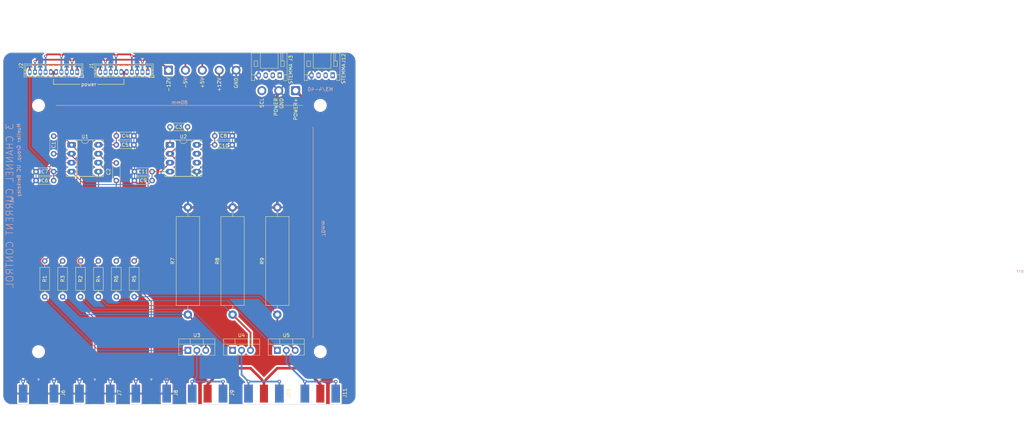
<source format=kicad_pcb>
(kicad_pcb (version 20241229) (generator "pcbnew") (generator_version "9.0")
  (title_block (title "Bias coil current control") (date "2025-06-02") (company "Mueller Group, UC Berkeley"))
  (layers (0 "F.Cu" signal) (4 "In1.Cu" signal) (6 "In2.Cu" signal) (2 "B.Cu" signal) (13 "F.Paste" user) (15 "B.Paste" user) (5 "F.SilkS" user "F.Silkscreen") (7 "B.SilkS" user "B.Silkscreen") (1 "F.Mask" user) (3 "B.Mask" user) (25 "Edge.Cuts" user))
  (net 0 "")
  (net 1 "GND")
  (net 2 "+5V")
  (net 3 "-5V")
  (net 4 "+12V")
  (net 5 "-12V")
  (net 6 "/I2C_SDA")
  (net 7 "/I2C_SCL")
  (net 8 "Net-(U1A--IN)")
  (net 9 "Net-(U1A-OUT)")
  (net 10 "Net-(U1B--IN)")
  (net 11 "Net-(U1B-OUT)")
  (net 12 "Net-(U2A--IN)")
  (net 13 "Net-(U2A-OUT)")
  (net 14 "Net-(J6-In)")
  (net 15 "VBUS")
  (net 16 "Net-(J7-In)")
  (net 17 "Net-(J8-In)")
  (net 18 "Net-(J9-Ext)")
  (net 19 "Net-(J10-Ext)")
  (net 20 "Net-(J11-Ext)")
  (net 21 "Net-(U3-G)")
  (net 22 "Net-(U4-G)")
  (net 23 "/Sense1")
  (net 24 "/Sense2")
  (net 25 "/Sense3")
  (net 26 "Net-(U5-G)")
  (net 27 "Net-(U2B--IN)")
  (footprint "Resistor_THT:R_Axial_DIN0207_L6.3mm_D2.5mm_P10.16mm_Horizontal" (layer "F.Cu") (at 132.08 109.22 -90)
    (property "Reference" "R6" (at 5.08 0 90) (layer "F.SilkS"))
    (property "Value" "100R")
    (pad "1" thru_hole circle (at 0 0 270) (size 1.6 1.6) (drill 0.8) (layers "*.Cu" "*.Mask") (net 13 "Net-(U2A-OUT)"))
    (pad "2" thru_hole oval (at 10.16 0 270) (size 1.6 1.6) (drill 0.8) (layers "*.Cu" "*.Mask") (net 26 "Net-(U5-G)"))
  )
  (footprint "Resistor_THT:R_Axial_Power_L25.0mm_W6.4mm_P30.48mm" (layer "F.Cu") (at 177.8 124.465 90)
    (property "Reference" "R9" (at 15.24 -4.32 90) (layer "F.SilkS"))
    (property "Value" "2.5R")
    (pad "1" thru_hole circle (at 0 0 90) (size 2.4 2.4) (drill 1.2) (layers "*.Cu" "*.Mask") (net 25 "/Sense3"))
    (pad "2" thru_hole oval (at 30.48 0 90) (size 2.4 2.4) (drill 1.2) (layers "*.Cu" "*.Mask") (net 1 "GND"))
  )
  (footprint "Package_TO_SOT_THT:TO-220-3_Vertical" (layer "F.Cu") (at 152.4 134.62)
    (property "Reference" "U3" (at 2.54 -4.27 0) (layer "F.SilkS"))
    (property "Value" "IRF510")
    (pad "1" thru_hole rect (at 0 0) (size 1.905 2) (drill 1.1) (layers "*.Cu" "*.Mask") (net 21 "Net-(U3-G)"))
    (pad "2" thru_hole oval (at 2.54 0) (size 1.905 2) (drill 1.1) (layers "*.Cu" "*.Mask") (net 18 "Net-(J9-Ext)"))
    (pad "3" thru_hole oval (at 5.08 0) (size 1.905 2) (drill 1.1) (layers "*.Cu" "*.Mask") (net 23 "/Sense1"))
  )
  (footprint "Connector_Coaxial:SMA_Molex_73251-1153_EdgeMount_Horizontal" (layer "F.Cu") (at 190 145.21 90)
    (property "Reference" "J11" (at -1.5 7 90) (layer "F.SilkS"))
    (property "Value" "Conn_Coaxial")
    (pad "1" smd rect (at -1.72 0 90) (size 5.08 2.29) (layers "F.Cu" "F.Mask" "F.Paste") (net 6 "/I2C_SDA"))
    (pad "2" smd rect (at -1.72 -4.38 90) (size 5.08 2.42) (layers "F.Cu" "F.Mask" "F.Paste") (net 20 "Net-(J11-Ext)"))
    (pad "2" smd rect (at -1.72 -4.38 90) (size 5.08 2.42) (layers "B.Cu" "B.Mask" "B.Paste") (net 20 "Net-(J11-Ext)"))
    (pad "2" smd rect (at -1.72 4.38 90) (size 5.08 2.42) (layers "F.Cu" "F.Mask" "F.Paste") (net 20 "Net-(J11-Ext)"))
    (pad "2" smd rect (at -1.72 4.38 90) (size 5.08 2.42) (layers "B.Cu" "B.Mask" "B.Paste") (net 20 "Net-(J11-Ext)"))
    (pad "2" smd rect (at 1.27 -4.38 90) (size 0.95 0.46) (layers "F.Cu") (net 20 "Net-(J11-Ext)"))
    (pad "2" smd rect (at 1.27 -4.38 90) (size 0.95 0.46) (layers "B.Cu") (net 20 "Net-(J11-Ext)"))
    (pad "2" smd rect (at 1.27 4.38 90) (size 0.95 0.46) (layers "F.Cu") (net 20 "Net-(J11-Ext)"))
    (pad "2" smd rect (at 1.27 4.38 90) (size 0.95 0.46) (layers "B.Cu") (net 20 "Net-(J11-Ext)"))
    (pad "2" thru_hole circle (at 1.72 -4.38 90) (size 0.97 0.97) (drill 0.46) (layers "*.Cu") (net 20 "Net-(J11-Ext)"))
    (pad "2" thru_hole circle (at 1.72 4.38 90) (size 0.97 0.97) (drill 0.46) (layers "*.Cu") (net 20 "Net-(J11-Ext)"))
  )
  (footprint "Capacitor_THT:C_Disc_D4.3mm_W1.9mm_P5.00mm" (layer "F.Cu") (at 132.08 86.36 90)
    (property "Reference" "C2" (at 2.5 -2.2 90) (layer "F.SilkS"))
    (property "Value" "1u")
    (pad "1" thru_hole circle (at 0 0 90) (size 1.6 1.6) (drill 0.8) (layers "*.Cu" "*.Mask") (net 10 "Net-(U1B--IN)"))
    (pad "2" thru_hole circle (at 5 0 90) (size 1.6 1.6) (drill 0.8) (layers "*.Cu" "*.Mask") (net 11 "Net-(U1B-OUT)"))
  )
  (footprint "Connector_Wire:SolderWire-0.75sqmm_1x05_P4.8mm_D1.25mm_OD2.3mm" (layer "F.Cu") (at 146.9 55)
    (property "Reference" "J4" (hide yes))
    (property "Value" "Conn_01x05")
    (pad "1" thru_hole roundrect (at 0 0) (size 2.55 2.55) (drill 1.55) (layers "*.Cu" "*.Mask") (roundrect_rratio 0.098039) (net 5 "-12V"))
    (pad "2" thru_hole circle (at 4.8 0) (size 2.55 2.55) (drill 1.55) (layers "*.Cu" "*.Mask") (net 3 "-5V"))
    (pad "3" thru_hole circle (at 9.6 0) (size 2.55 2.55) (drill 1.55) (layers "*.Cu" "*.Mask") (net 2 "+5V"))
    (pad "4" thru_hole circle (at 14.4 0) (size 2.55 2.55) (drill 1.55) (layers "*.Cu" "*.Mask") (net 4 "+12V"))
    (pad "5" thru_hole circle (at 19.2 0) (size 2.55 2.55) (drill 1.55) (layers "*.Cu" "*.Mask") (net 1 "GND"))
  )
  (footprint "Capacitor_THT:C_Disc_D4.3mm_W1.9mm_P5.00mm" (layer "F.Cu") (at 137.08 73.66 180)
    (property "Reference" "C4" (at 2.46 0 0) (layer "F.SilkS"))
    (property "Value" "10u")
    (pad "1" thru_hole circle (at 0 0 180) (size 1.6 1.6) (drill 0.8) (layers "*.Cu" "*.Mask") (net 1 "GND"))
    (pad "2" thru_hole circle (at 5 0 180) (size 1.6 1.6) (drill 0.8) (layers "*.Cu" "*.Mask") (net 4 "+12V"))
  )
  (footprint "Connector_JST:JST_ZH_B10B-ZR_1x10_P1.50mm_Vertical" (layer "F.Cu") (at 141 55.5 180)
    (property "Reference" "J1" (at 16 1.75 270) (layer "F.SilkS"))
    (property "Value" "Conn_01x10_Pin")
    (pad "1" thru_hole roundrect (at 0 0 180) (size 1.03 1.73) (drill 0.73) (layers "*.Cu" "*.Mask") (roundrect_rratio 0.242718) (net 5 "-12V"))
    (pad "2" thru_hole oval (at 1.5 0 180) (size 1.03 1.73) (drill 0.73) (layers "*.Cu" "*.Mask") (net 3 "-5V"))
    (pad "3" thru_hole oval (at 3 0 180) (size 1.03 1.73) (drill 0.73) (layers "*.Cu" "*.Mask") (net 1 "GND"))
    (pad "4" thru_hole oval (at 4.5 0 180) (size 1.03 1.73) (drill 0.73) (layers "*.Cu" "*.Mask") (net 2 "+5V"))
    (pad "5" thru_hole oval (at 6 0 180) (size 1.03 1.73) (drill 0.73) (layers "*.Cu" "*.Mask") (net 4 "+12V"))
    (pad "6" thru_hole oval (at 7.5 0 180) (size 1.03 1.73) (drill 0.73) (layers "*.Cu" "*.Mask") (net 4 "+12V"))
    (pad "7" thru_hole oval (at 9 0 180) (size 1.03 1.73) (drill 0.73) (layers "*.Cu" "*.Mask") (net 2 "+5V"))
    (pad "8" thru_hole oval (at 10.5 0 180) (size 1.03 1.73) (drill 0.73) (layers "*.Cu" "*.Mask") (net 1 "GND"))
    (pad "9" thru_hole oval (at 12 0 180) (size 1.03 1.73) (drill 0.73) (layers "*.Cu" "*.Mask") (net 3 "-5V"))
    (pad "10" thru_hole oval (at 13.5 0 180) (size 1.03 1.73) (drill 0.73) (layers "*.Cu" "*.Mask") (net 5 "-12V"))
  )
  (footprint "Capacitor_THT:C_Disc_D4.3mm_W1.9mm_P5.00mm" (layer "F.Cu") (at 137.24 83.82)
    (property "Reference" "C11" (at 2.46 0 0) (layer "F.SilkS"))
    (property "Value" "100n")
    (pad "1" thru_hole circle (at 0 0) (size 1.6 1.6) (drill 0.8) (layers "*.Cu" "*.Mask") (net 1 "GND"))
    (pad "2" thru_hole circle (at 5 0) (size 1.6 1.6) (drill 0.8) (layers "*.Cu" "*.Mask") (net 5 "-12V"))
  )
  (footprint "Package_DIP:DIP-8_W7.62mm_Socket_LongPads" (layer "F.Cu") (at 147.32 76.2)
    (property "Reference" "U2" (at 3.81 -2.33 0) (layer "F.SilkS"))
    (property "Value" "AD823")
    (pad "1" thru_hole roundrect (at 0 0) (size 2.4 1.6) (drill 0.8) (layers "*.Cu" "*.Mask") (roundrect_rratio 0.15625) (net 13 "Net-(U2A-OUT)"))
    (pad "2" thru_hole oval (at 0 2.54) (size 2.4 1.6) (drill 0.8) (layers "*.Cu" "*.Mask") (net 12 "Net-(U2A--IN)"))
    (pad "3" thru_hole oval (at 0 5.08) (size 2.4 1.6) (drill 0.8) (layers "*.Cu" "*.Mask") (net 17 "Net-(J8-In)"))
    (pad "4" thru_hole oval (at 0 7.62) (size 2.4 1.6) (drill 0.8) (layers "*.Cu" "*.Mask") (net 5 "-12V"))
    (pad "5" thru_hole oval (at 7.62 7.62) (size 2.4 1.6) (drill 0.8) (layers "*.Cu" "*.Mask") (net 1 "GND"))
    (pad "6" thru_hole oval (at 7.62 5.08) (size 2.4 1.6) (drill 0.8) (layers "*.Cu" "*.Mask") (net 27 "Net-(U2B--IN)"))
    (pad "7" thru_hole oval (at 7.62 2.54) (size 2.4 1.6) (drill 0.8) (layers "*.Cu" "*.Mask") (net 27 "Net-(U2B--IN)"))
    (pad "8" thru_hole oval (at 7.62 0) (size 2.4 1.6) (drill 0.8) (layers "*.Cu" "*.Mask") (net 4 "+12V"))
  )
  (footprint "MountingHole:MountingHole_3.2mm_M3" (layer "F.Cu") (at 190 135)
    (property "Reference" "H4" (hide yes))
    (property "Value" "MountingHole")
    (pad "" np_thru_hole circle (at 0 0) (size 3.2 3.2) (drill 3.2) (layers "*.Cu" "*.Mask"))
  )
  (footprint "MountingHole:MountingHole_3.2mm_M3" (layer "F.Cu") (at 110 65)
    (property "Reference" "H5" (hide yes))
    (property "Value" "MountingHole")
    (pad "" np_thru_hole circle (at 0 0) (size 3.2 3.2) (drill 3.2) (layers "*.Cu" "*.Mask"))
  )
  (footprint "Connector_Coaxial:SMA_Molex_73251-1153_EdgeMount_Horizontal" (layer "F.Cu") (at 142 145.21 90)
    (property "Reference" "J8" (at -1.5 7 90) (layer "F.SilkS"))
    (property "Value" "Conn_Coaxial")
    (pad "1" smd rect (at -1.72 0 90) (size 5.08 2.29) (layers "F.Cu" "F.Mask" "F.Paste") (net 17 "Net-(J8-In)"))
    (pad "2" smd rect (at -1.72 -4.38 90) (size 5.08 2.42) (layers "F.Cu" "F.Mask" "F.Paste") (net 1 "GND"))
    (pad "2" smd rect (at -1.72 -4.38 90) (size 5.08 2.42) (layers "B.Cu" "B.Mask" "B.Paste") (net 1 "GND"))
    (pad "2" smd rect (at -1.72 4.38 90) (size 5.08 2.42) (layers "F.Cu" "F.Mask" "F.Paste") (net 1 "GND"))
    (pad "2" smd rect (at -1.72 4.38 90) (size 5.08 2.42) (layers "B.Cu" "B.Mask" "B.Paste") (net 1 "GND"))
    (pad "2" smd rect (at 1.27 -4.38 90) (size 0.95 0.46) (layers "F.Cu") (net 1 "GND"))
    (pad "2" smd rect (at 1.27 -4.38 90) (size 0.95 0.46) (layers "B.Cu") (net 1 "GND"))
    (pad "2" smd rect (at 1.27 4.38 90) (size 0.95 0.46) (layers "F.Cu") (net 1 "GND"))
    (pad "2" smd rect (at 1.27 4.38 90) (size 0.95 0.46) (layers "B.Cu") (net 1 "GND"))
    (pad "2" thru_hole circle (at 1.72 -4.38 90) (size 0.97 0.97) (drill 0.46) (layers "*.Cu") (net 1 "GND"))
    (pad "2" thru_hole circle (at 1.72 4.38 90) (size 0.97 0.97) (drill 0.46) (layers "*.Cu") (net 1 "GND"))
  )
  (footprint "Connector_JST:JST_PH_S4B-PH-K_1x04_P2.00mm_Horizontal" (layer "F.Cu") (at 178.5 56.45 180)
    (property "Reference" "J3" (at -3.1 4.85 90) (layer "F.SilkS"))
    (property "Value" "Conn_01x04_Pin")
    (pad "1" thru_hole roundrect (at 0 0 180) (size 1.2 1.75) (drill 0.75) (layers "*.Cu" "*.Mask") (roundrect_rratio 0.208333) (net 7 "/I2C_SCL"))
    (pad "2" thru_hole oval (at 2 0 180) (size 1.2 1.75) (drill 0.75) (layers "*.Cu" "*.Mask") (net 6 "/I2C_SDA"))
    (pad "3" thru_hole oval (at 4 0 180) (size 1.2 1.75) (drill 0.75) (layers "*.Cu" "*.Mask") (net 15 "VBUS"))
    (pad "4" thru_hole oval (at 6 0 180) (size 1.2 1.75) (drill 0.75) (layers "*.Cu" "*.Mask") (net 1 "GND"))
  )
  (footprint "Resistor_THT:R_Axial_Power_L25.0mm_W6.4mm_P30.48mm" (layer "F.Cu") (at 165.1 124.465 90)
    (property "Reference" "R8" (at 15.24 -4.32 90) (layer "F.SilkS"))
    (property "Value" "2.5R")
    (pad "1" thru_hole circle (at 0 0 90) (size 2.4 2.4) (drill 1.2) (layers "*.Cu" "*.Mask") (net 24 "/Sense2"))
    (pad "2" thru_hole oval (at 30.48 0 90) (size 2.4 2.4) (drill 1.2) (layers "*.Cu" "*.Mask") (net 1 "GND"))
  )
  (footprint "Capacitor_THT:C_Disc_D4.3mm_W1.9mm_P5.00mm" (layer "F.Cu") (at 137.24 86.36)
    (property "Reference" "C9" (at 2.5 0 0) (layer "F.SilkS"))
    (property "Value" "10u")
    (pad "1" thru_hole circle (at 0 0) (size 1.6 1.6) (drill 0.8) (layers "*.Cu" "*.Mask") (net 1 "GND"))
    (pad "2" thru_hole circle (at 5 0) (size 1.6 1.6) (drill 0.8) (layers "*.Cu" "*.Mask") (net 5 "-12V"))
  )
  (footprint "Package_TO_SOT_THT:TO-220-3_Vertical" (layer "F.Cu") (at 177.8 134.62)
    (property "Reference" "U5" (at 2.54 -4.27 0) (layer "F.SilkS"))
    (property "Value" "IRF510")
    (pad "1" thru_hole rect (at 0 0) (size 1.905 2) (drill 1.1) (layers "*.Cu" "*.Mask") (net 26 "Net-(U5-G)"))
    (pad "2" thru_hole oval (at 2.54 0) (size 1.905 2) (drill 1.1) (layers "*.Cu" "*.Mask") (net 20 "Net-(J11-Ext)"))
    (pad "3" thru_hole oval (at 5.08 0) (size 1.905 2) (drill 1.1) (layers "*.Cu" "*.Mask") (net 25 "/Sense3"))
  )
  (footprint "MountingHole:MountingHole_3.2mm_M3" (layer "F.Cu") (at 190 65)
    (property "Reference" "H6" (hide yes))
    (property "Value" "MountingHole")
    (pad "" np_thru_hole circle (at 0 0) (size 3.2 3.2) (drill 3.2) (layers "*.Cu" "*.Mask"))
  )
  (footprint "Capacitor_THT:C_Disc_D4.3mm_W1.9mm_P5.00mm" (layer "F.Cu") (at 152.32 71.12 180)
    (property "Reference" "C3" (at 2.5 0 0) (layer "F.SilkS"))
    (property "Value" "1u")
    (pad "1" thru_hole circle (at 0 0 180) (size 1.6 1.6) (drill 0.8) (layers "*.Cu" "*.Mask") (net 12 "Net-(U2A--IN)"))
    (pad "2" thru_hole circle (at 5 0 180) (size 1.6 1.6) (drill 0.8) (layers "*.Cu" "*.Mask") (net 13 "Net-(U2A-OUT)"))
  )
  (footprint "Resistor_THT:R_Axial_DIN0207_L6.3mm_D2.5mm_P10.16mm_Horizontal" (layer "F.Cu") (at 137.16 119.38 90)
    (property "Reference" "R5" (at 5.08 0 90) (layer "F.SilkS"))
    (property "Value" "10k")
    (pad "1" thru_hole circle (at 0 0 90) (size 1.6 1.6) (drill 0.8) (layers "*.Cu" "*.Mask") (net 25 "/Sense3"))
    (pad "2" thru_hole oval (at 10.16 0 90) (size 1.6 1.6) (drill 0.8) (layers "*.Cu" "*.Mask") (net 12 "Net-(U2A--IN)"))
  )
  (footprint "MountingHole:MountingHole_3.2mm_M3" (layer "F.Cu") (at 110 135)
    (property "Reference" "H3" (hide yes))
    (property "Value" "MountingHole")
    (pad "" np_thru_hole circle (at 0 0) (size 3.2 3.2) (drill 3.2) (layers "*.Cu" "*.Mask"))
  )
  (footprint "Capacitor_THT:C_Disc_D4.3mm_W1.9mm_P5.00mm" (layer "F.Cu") (at 109.3 83.82)
    (property "Reference" "C7" (at 2.46 0 0) (layer "F.SilkS"))
    (property "Value" "100n")
    (pad "1" thru_hole circle (at 0 0) (size 1.6 1.6) (drill 0.8) (layers "*.Cu" "*.Mask") (net 1 "GND"))
    (pad "2" thru_hole circle (at 5 0) (size 1.6 1.6) (drill 0.8) (layers "*.Cu" "*.Mask") (net 5 "-12V"))
  )
  (footprint "Capacitor_THT:C_Disc_D4.3mm_W1.9mm_P5.00mm" (layer "F.Cu") (at 109.3 86.36)
    (property "Reference" "C6" (at 2.46 0 0) (layer "F.SilkS"))
    (property "Value" "10u")
    (pad "1" thru_hole circle (at 0 0) (size 1.6 1.6) (drill 0.8) (layers "*.Cu" "*.Mask") (net 1 "GND"))
    (pad "2" thru_hole circle (at 5 0) (size 1.6 1.6) (drill 0.8) (layers "*.Cu" "*.Mask") (net 5 "-12V"))
  )
  (footprint "Connector_Coaxial:SMA_Molex_73251-1153_EdgeMount_Horizontal" (layer "F.Cu") (at 126 145.21 90)
    (property "Reference" "J7" (at -1.5 7 90) (layer "F.SilkS"))
    (property "Value" "Conn_Coaxial")
    (pad "1" smd rect (at -1.72 0 90) (size 5.08 2.29) (layers "F.Cu" "F.Mask" "F.Paste") (net 16 "Net-(J7-In)"))
    (pad "2" smd rect (at -1.72 -4.38 90) (size 5.08 2.42) (layers "F.Cu" "F.Mask" "F.Paste") (net 1 "GND"))
    (pad "2" smd rect (at -1.72 -4.38 90) (size 5.08 2.42) (layers "B.Cu" "B.Mask" "B.Paste") (net 1 "GND"))
    (pad "2" smd rect (at -1.72 4.38 90) (size 5.08 2.42) (layers "F.Cu" "F.Mask" "F.Paste") (net 1 "GND"))
    (pad "2" smd rect (at -1.72 4.38 90) (size 5.08 2.42) (layers "B.Cu" "B.Mask" "B.Paste") (net 1 "GND"))
    (pad "2" smd rect (at 1.27 -4.38 90) (size 0.95 0.46) (layers "F.Cu") (net 1 "GND"))
    (pad "2" smd rect (at 1.27 -4.38 90) (size 0.95 0.46) (layers "B.Cu") (net 1 "GND"))
    (pad "2" smd rect (at 1.27 4.38 90) (size 0.95 0.46) (layers "F.Cu") (net 1 "GND"))
    (pad "2" smd rect (at 1.27 4.38 90) (size 0.95 0.46) (layers "B.Cu") (net 1 "GND"))
    (pad "2" thru_hole circle (at 1.72 -4.38 90) (size 0.97 0.97) (drill 0.46) (layers "*.Cu") (net 1 "GND"))
    (pad "2" thru_hole circle (at 1.72 4.38 90) (size 0.97 0.97) (drill 0.46) (layers "*.Cu") (net 1 "GND"))
  )
  (footprint "Resistor_THT:R_Axial_DIN0207_L6.3mm_D2.5mm_P10.16mm_Horizontal" (layer "F.Cu") (at 111.76 109.22 -90)
    (property "Reference" "R1" (at 5.08 0 90) (layer "F.SilkS"))
    (property "Value" "100R")
    (pad "1" thru_hole circle (at 0 0 270) (size 1.6 1.6) (drill 0.8) (layers "*.Cu" "*.Mask") (net 9 "Net-(U1A-OUT)"))
    (pad "2" thru_hole oval (at 10.16 0 270) (size 1.6 1.6) (drill 0.8) (layers "*.Cu" "*.Mask") (net 21 "Net-(U3-G)"))
  )
  (footprint "Package_DIP:DIP-8_W7.62mm_Socket_LongPads" (layer "F.Cu") (at 119.38 76.2)
    (property "Reference" "U1" (at 3.81 -2.33 0) (layer "F.SilkS"))
    (property "Value" "AD823")
    (pad "1" thru_hole roundrect (at 0 0) (size 2.4 1.6) (drill 0.8) (layers "*.Cu" "*.Mask") (roundrect_rratio 0.15625) (net 9 "Net-(U1A-OUT)"))
    (pad "2" thru_hole oval (at 0 2.54) (size 2.4 1.6) (drill 0.8) (layers "*.Cu" "*.Mask") (net 8 "Net-(U1A--IN)"))
    (pad "3" thru_hole oval (at 0 5.08) (size 2.4 1.6) (drill 0.8) (layers "*.Cu" "*.Mask") (net 14 "Net-(J6-In)"))
    (pad "4" thru_hole oval (at 0 7.62) (size 2.4 1.6) (drill 0.8) (layers "*.Cu" "*.Mask") (net 5 "-12V"))
    (pad "5" thru_hole oval (at 7.62 7.62) (size 2.4 1.6) (drill 0.8) (layers "*.Cu" "*.Mask") (net 16 "Net-(J7-In)"))
    (pad "6" thru_hole oval (at 7.62 5.08) (size 2.4 1.6) (drill 0.8) (layers "*.Cu" "*.Mask") (net 10 "Net-(U1B--IN)"))
    (pad "7" thru_hole oval (at 7.62 2.54) (size 2.4 1.6) (drill 0.8) (layers "*.Cu" "*.Mask") (net 11 "Net-(U1B-OUT)"))
    (pad "8" thru_hole oval (at 7.62 0) (size 2.4 1.6) (drill 0.8) (layers "*.Cu" "*.Mask") (net 4 "+12V"))
  )
  (footprint "Resistor_THT:R_Axial_DIN0207_L6.3mm_D2.5mm_P10.16mm_Horizontal" (layer "F.Cu") (at 121.92 109.22 -90)
    (property "Reference" "R2" (at 5.08 0 90) (layer "F.SilkS"))
    (property "Value" "100R")
    (pad "1" thru_hole circle (at 0 0 270) (size 1.6 1.6) (drill 0.8) (layers "*.Cu" "*.Mask") (net 11 "Net-(U1B-OUT)"))
    (pad "2" thru_hole oval (at 10.16 0 270) (size 1.6 1.6) (drill 0.8) (layers "*.Cu" "*.Mask") (net 22 "Net-(U4-G)"))
  )
  (footprint "Connector_JST:JST_ZH_B10B-ZR_1x10_P1.50mm_Vertical" (layer "F.Cu") (at 121 55.5 180)
    (property "Reference" "J2" (at 16 1.75 270) (layer "F.SilkS"))
    (property "Value" "Conn_01x10_Pin")
    (pad "1" thru_hole roundrect (at 0 0 180) (size 1.03 1.73) (drill 0.73) (layers "*.Cu" "*.Mask") (roundrect_rratio 0.242718) (net 5 "-12V"))
    (pad "2" thru_hole oval (at 1.5 0 180) (size 1.03 1.73) (drill 0.73) (layers "*.Cu" "*.Mask") (net 3 "-5V"))
    (pad "3" thru_hole oval (at 3 0 180) (size 1.03 1.73) (drill 0.73) (layers "*.Cu" "*.Mask") (net 1 "GND"))
    (pad "4" thru_hole oval (at 4.5 0 180) (size 1.03 1.73) (drill 0.73) (layers "*.Cu" "*.Mask") (net 2 "+5V"))
    (pad "5" thru_hole oval (at 6 0 180) (size 1.03 1.73) (drill 0.73) (layers "*.Cu" "*.Mask") (net 4 "+12V"))
    (pad "6" thru_hole oval (at 7.5 0 180) (size 1.03 1.73) (drill 0.73) (layers "*.Cu" "*.Mask") (net 4 "+12V"))
    (pad "7" thru_hole oval (at 9 0 180) (size 1.03 1.73) (drill 0.73) (layers "*.Cu" "*.Mask") (net 2 "+5V"))
    (pad "8" thru_hole oval (at 10.5 0 180) (size 1.03 1.73) (drill 0.73) (layers "*.Cu" "*.Mask") (net 1 "GND"))
    (pad "9" thru_hole oval (at 12 0 180) (size 1.03 1.73) (drill 0.73) (layers "*.Cu" "*.Mask") (net 3 "-5V"))
    (pad "10" thru_hole oval (at 13.5 0 180) (size 1.03 1.73) (drill 0.73) (layers "*.Cu" "*.Mask") (net 5 "-12V"))
  )
  (footprint "Connector_Wire:SolderWire-0.75sqmm_1x03_P4.8mm_D1.25mm_OD2.3mm" (layer "F.Cu") (at 183 60.8 180)
    (property "Reference" "J5" (hide yes))
    (property "Value" "Conn_01x03")
    (pad "1" thru_hole roundrect (at 0 0 180) (size 2.55 2.55) (drill 1.55) (layers "*.Cu" "*.Mask") (roundrect_rratio 0.098039) (net 6 "/I2C_SDA"))
    (pad "2" thru_hole circle (at 4.8 0 180) (size 2.55 2.55) (drill 1.55) (layers "*.Cu" "*.Mask") (net 1 "GND"))
    (pad "3" thru_hole circle (at 9.6 0 180) (size 2.55 2.55) (drill 1.55) (layers "*.Cu" "*.Mask") (net 7 "/I2C_SCL"))
  )
  (footprint "Resistor_THT:R_Axial_DIN0207_L6.3mm_D2.5mm_P10.16mm_Horizontal" (layer "F.Cu") (at 116.84 119.38 90)
    (property "Reference" "R3" (at 5.08 0 90) (layer "F.SilkS"))
    (property "Value" "10k")
    (pad "1" thru_hole circle (at 0 0 90) (size 1.6 1.6) (drill 0.8) (layers "*.Cu" "*.Mask") (net 23 "/Sense1"))
    (pad "2" thru_hole oval (at 10.16 0 90) (size 1.6 1.6) (drill 0.8) (layers "*.Cu" "*.Mask") (net 8 "Net-(U1A--IN)"))
  )
  (footprint "Capacitor_THT:C_Disc_D4.3mm_W1.9mm_P5.00mm" (layer "F.Cu") (at 114.3 78.74 90)
    (property "Reference" "C1" (at 2.5 0 90) (layer "F.SilkS"))
    (property "Value" "1u")
    (pad "1" thru_hole circle (at 0 0 90) (size 1.6 1.6) (drill 0.8) (layers "*.Cu" "*.Mask") (net 8 "Net-(U1A--IN)"))
    (pad "2" thru_hole circle (at 5 0 90) (size 1.6 1.6) (drill 0.8) (layers "*.Cu" "*.Mask") (net 9 "Net-(U1A-OUT)"))
  )
  (footprint "Connector_Coaxial:SMA_Molex_73251-1153_EdgeMount_Horizontal" (layer "F.Cu") (at 158 145.21 90)
    (property "Reference" "J9" (at -1.5 7 90) (layer "F.SilkS"))
    (property "Value" "Conn_Coaxial")
    (pad "1" smd rect (at -1.72 0 90) (size 5.08 2.29) (layers "F.Cu" "F.Mask" "F.Paste") (net 6 "/I2C_SDA"))
    (pad "2" smd rect (at -1.72 -4.38 90) (size 5.08 2.42) (layers "F.Cu" "F.Mask" "F.Paste") (net 18 "Net-(J9-Ext)"))
    (pad "2" smd rect (at -1.72 -4.38 90) (size 5.08 2.42) (layers "B.Cu" "B.Mask" "B.Paste") (net 18 "Net-(J9-Ext)"))
    (pad "2" smd rect (at -1.72 4.38 90) (size 5.08 2.42) (layers "F.Cu" "F.Mask" "F.Paste") (net 18 "Net-(J9-Ext)"))
    (pad "2" smd rect (at -1.72 4.38 90) (size 5.08 2.42) (layers "B.Cu" "B.Mask" "B.Paste") (net 18 "Net-(J9-Ext)"))
    (pad "2" smd rect (at 1.27 -4.38 90) (size 0.95 0.46) (layers "F.Cu") (net 18 "Net-(J9-Ext)"))
    (pad "2" smd rect (at 1.27 -4.38 90) (size 0.95 0.46) (layers "B.Cu") (net 18 "Net-(J9-Ext)"))
    (pad "2" smd rect (at 1.27 4.38 90) (size 0.95 0.46) (layers "F.Cu") (net 18 "Net-(J9-Ext)"))
    (pad "2" smd rect (at 1.27 4.38 90) (size 0.95 0.46) (layers "B.Cu") (net 18 "Net-(J9-Ext)"))
    (pad "2" thru_hole circle (at 1.72 -4.38 90) (size 0.97 0.97) (drill 0.46) (layers "*.Cu") (net 18 "Net-(J9-Ext)"))
    (pad "2" thru_hole circle (at 1.72 4.38 90) (size 0.97 0.97) (drill 0.46) (layers "*.Cu") (net 18 "Net-(J9-Ext)"))
  )
  (footprint "Connector_JST:JST_PH_S4B-PH-K_1x04_P2.00mm_Horizontal" (layer "F.Cu") (at 193.5 56.45 180)
    (property "Reference" "J12" (at -3.1 4.85 90) (layer "F.SilkS"))
    (property "Value" "Conn_01x04_Pin")
    (pad "1" thru_hole roundrect (at 0 0 180) (size 1.2 1.75) (drill 0.75) (layers "*.Cu" "*.Mask") (roundrect_rratio 0.208333) (net 7 "/I2C_SCL"))
    (pad "2" thru_hole oval (at 2 0 180) (size 1.2 1.75) (drill 0.75) (layers "*.Cu" "*.Mask") (net 6 "/I2C_SDA"))
    (pad "3" thru_hole oval (at 4 0 180) (size 1.2 1.75) (drill 0.75) (layers "*.Cu" "*.Mask") (net 15 "VBUS"))
    (pad "4" thru_hole oval (at 6 0 180) (size 1.2 1.75) (drill 0.75) (layers "*.Cu" "*.Mask") (net 1 "GND"))
  )
  (footprint "Capacitor_THT:C_Disc_D4.3mm_W1.9mm_P5.00mm" (layer "F.Cu") (at 165.02 76.2 180)
    (property "Reference" "C10" (at 2.5 -0.295 0) (layer "F.SilkS"))
    (property "Value" "100n")
    (pad "1" thru_hole circle (at 0 0 180) (size 1.6 1.6) (drill 0.8) (layers "*.Cu" "*.Mask") (net 1 "GND"))
    (pad "2" thru_hole circle (at 5 0 180) (size 1.6 1.6) (drill 0.8) (layers "*.Cu" "*.Mask") (net 4 "+12V"))
  )
  (footprint "Connector_Coaxial:SMA_Molex_73251-1153_EdgeMount_Horizontal" (layer "F.Cu") (at 174 145.21 90)
    (property "Reference" "J10" (at -1.5 7 90) (layer "F.SilkS"))
    (property "Value" "Conn_Coaxial")
    (pad "1" smd rect (at -1.72 0 90) (size 5.08 2.29) (layers "F.Cu" "F.Mask" "F.Paste") (net 6 "/I2C_SDA"))
    (pad "2" smd rect (at -1.72 -4.38 90) (size 5.08 2.42) (layers "F.Cu" "F.Mask" "F.Paste") (net 19 "Net-(J10-Ext)"))
    (pad "2" smd rect (at -1.72 -4.38 90) (size 5.08 2.42) (layers "B.Cu" "B.Mask" "B.Paste") (net 19 "Net-(J10-Ext)"))
    (pad "2" smd rect (at -1.72 4.38 90) (size 5.08 2.42) (layers "F.Cu" "F.Mask" "F.Paste") (net 19 "Net-(J10-Ext)"))
    (pad "2" smd rect (at -1.72 4.38 90) (size 5.08 2.42) (layers "B.Cu" "B.Mask" "B.Paste") (net 19 "Net-(J10-Ext)"))
    (pad "2" smd rect (at 1.27 -4.38 90) (size 0.95 0.46) (layers "F.Cu") (net 19 "Net-(J10-Ext)"))
    (pad "2" smd rect (at 1.27 -4.38 90) (size 0.95 0.46) (layers "B.Cu") (net 19 "Net-(J10-Ext)"))
    (pad "2" smd rect (at 1.27 4.38 90) (size 0.95 0.46) (layers "F.Cu") (net 19 "Net-(J10-Ext)"))
    (pad "2" smd rect (at 1.27 4.38 90) (size 0.95 0.46) (layers "B.Cu") (net 19 "Net-(J10-Ext)"))
    (pad "2" thru_hole circle (at 1.72 -4.38 90) (size 0.97 0.97) (drill 0.46) (layers "*.Cu") (net 19 "Net-(J10-Ext)"))
    (pad "2" thru_hole circle (at 1.72 4.38 90) (size 0.97 0.97) (drill 0.46) (layers "*.Cu") (net 19 "Net-(J10-Ext)"))
  )
  (footprint "Resistor_THT:R_Axial_Power_L25.0mm_W6.4mm_P30.48mm" (layer "F.Cu") (at 152.4 124.46 90)
    (property "Reference" "R7" (at 15.24 -4.32 90) (layer "F.SilkS"))
    (property "Value" "2.5R")
    (pad "1" thru_hole circle (at 0 0 90) (size 2.4 2.4) (drill 1.2) (layers "*.Cu" "*.Mask") (net 23 "/Sense1"))
    (pad "2" thru_hole oval (at 30.48 0 90) (size 2.4 2.4) (drill 1.2) (layers "*.Cu" "*.Mask") (net 1 "GND"))
  )
  (footprint "Package_TO_SOT_THT:TO-220-3_Vertical" (layer "F.Cu") (at 165.1 134.62)
    (property "Reference" "U4" (at 2.54 -4.27 0) (layer "F.SilkS"))
    (property "Value" "IRF510")
    (pad "1" thru_hole rect (at 0 0) (size 1.905 2) (drill 1.1) (layers "*.Cu" "*.Mask") (net 22 "Net-(U4-G)"))
    (pad "2" thru_hole oval (at 2.54 0) (size 1.905 2) (drill 1.1) (layers "*.Cu" "*.Mask") (net 19 "Net-(J10-Ext)"))
    (pad "3" thru_hole oval (at 5.08 0) (size 1.905 2) (drill 1.1) (layers "*.Cu" "*.Mask") (net 24 "/Sense2"))
  )
  (footprint "Capacitor_THT:C_Disc_D4.3mm_W1.9mm_P5.00mm" (layer "F.Cu") (at 165.02 73.66 180)
    (property "Reference" "C8" (at 2.5 0 0) (layer "F.SilkS"))
    (property "Value" "10u")
    (pad "1" thru_hole circle (at 0 0 180) (size 1.6 1.6) (drill 0.8) (layers "*.Cu" "*.Mask") (net 1 "GND"))
    (pad "2" thru_hole circle (at 5 0 180) (size 1.6 1.6) (drill 0.8) (layers "*.Cu" "*.Mask") (net 4 "+12V"))
  )
  (footprint "Resistor_THT:R_Axial_DIN0207_L6.3mm_D2.5mm_P10.16mm_Horizontal" (layer "F.Cu") (at 127 119.38 90)
    (property "Reference" "R4" (at 5.08 0 90) (layer "F.SilkS"))
    (property "Value" "10k")
    (pad "1" thru_hole circle (at 0 0 90) (size 1.6 1.6) (drill 0.8) (layers "*.Cu" "*.Mask") (net 24 "/Sense2"))
    (pad "2" thru_hole oval (at 10.16 0 90) (size 1.6 1.6) (drill 0.8) (layers "*.Cu" "*.Mask") (net 10 "Net-(U1B--IN)"))
  )
  (footprint "Capacitor_THT:C_Disc_D4.3mm_W1.9mm_P5.00mm" (layer "F.Cu") (at 137.08 76.2 180)
    (property "Reference" "C5" (at 2.5 0 0) (layer "F.SilkS"))
    (property "Value" "100n")
    (pad "1" thru_hole circle (at 0 0 180) (size 1.6 1.6) (drill 0.8) (layers "*.Cu" "*.Mask") (net 1 "GND"))
    (pad "2" thru_hole circle (at 5 0 180) (size 1.6 1.6) (drill 0.8) (layers "*.Cu" "*.Mask") (net 4 "+12V"))
  )
  (footprint "Connector_Coaxial:SMA_Molex_73251-1153_EdgeMount_Horizontal" (layer "F.Cu") (at 110 145.21 90)
    (property "Reference" "J6" (at -1.5 7 90) (layer "F.SilkS"))
    (property "Value" "Conn_Coaxial")
    (pad "1" smd rect (at -1.72 0 90) (size 5.08 2.29) (layers "F.Cu" "F.Mask" "F.Paste") (net 14 "Net-(J6-In)"))
    (pad "2" smd rect (at -1.72 -4.38 90) (size 5.08 2.42) (layers "F.Cu" "F.Mask" "F.Paste") (net 1 "GND"))
    (pad "2" smd rect (at -1.72 -4.38 90) (size 5.08 2.42) (layers "B.Cu" "B.Mask" "B.Paste") (net 1 "GND"))
    (pad "2" smd rect (at -1.72 4.38 90) (size 5.08 2.42) (layers "F.Cu" "F.Mask" "F.Paste") (net 1 "GND"))
    (pad "2" smd rect (at -1.72 4.38 90) (size 5.08 2.42) (layers "B.Cu" "B.Mask" "B.Paste") (net 1 "GND"))
    (pad "2" smd rect (at 1.27 -4.38 90) (size 0.95 0.46) (layers "F.Cu") (net 1 "GND"))
    (pad "2" smd rect (at 1.27 -4.38 90) (size 0.95 0.46) (layers "B.Cu") (net 1 "GND"))
    (pad "2" smd rect (at 1.27 4.38 90) (size 0.95 0.46) (layers "F.Cu") (net 1 "GND"))
    (pad "2" smd rect (at 1.27 4.38 90) (size 0.95 0.46) (layers "B.Cu") (net 1 "GND"))
    (pad "2" thru_hole circle (at 1.72 -4.38 90) (size 0.97 0.97) (drill 0.46) (layers "*.Cu") (net 1 "GND"))
    (pad "2" thru_hole circle (at 1.72 4.38 90) (size 0.97 0.97) (drill 0.46) (layers "*.Cu") (net 1 "GND"))
  )
  (gr_line (start 134.25 59) (end 134.25 57.5) (stroke (width 0.15)) (layer "F.SilkS"))
  (gr_line (start 126.75 59) (end 134.25 59) (stroke (width 0.15)) (layer "F.SilkS"))
  (gr_line (start 114.25 59) (end 114.25 57.5) (stroke (width 0.15)) (layer "F.SilkS"))
  (gr_line (start 121.75 59) (end 114.25 59) (stroke (width 0.15)) (layer "F.SilkS"))
  (gr_line (start 187.96 71.12) (end 187.96 131.12) (stroke (width 0.15)) (layer "B.SilkS"))
  (gr_line (start 115 65) (end 185 65) (stroke (width 0.15)) (layer "B.SilkS"))
  (gr_line (start 102.5 150) (end 197.5 150) (stroke (width 0.1)) (layer "Edge.Cuts"))
  (gr_arc (start 100 52.5) (mid 100.732233 50.732233) (end 102.5 50) (stroke (width 0.1)) (layer "Edge.Cuts"))
  (gr_arc (start 197.5 50) (mid 199.267767 50.732233) (end 200 52.5) (stroke (width 0.1)) (layer "Edge.Cuts"))
  (gr_arc (start 102.5 150) (mid 100.732233 149.267767) (end 100 147.5) (stroke (width 0.1)) (layer "Edge.Cuts"))
  (gr_line (start 197.5 50) (end 102.5 50) (stroke (width 0.1)) (layer "Edge.Cuts"))
  (gr_line (start 200 52.5) (end 200 147.5) (stroke (width 0.1)) (layer "Edge.Cuts"))
  (gr_line (start 100 52.5) (end 100 147.5) (stroke (width 0.1)) (layer "Edge.Cuts"))
  (gr_arc (start 200 147.5) (mid 199.267767 149.267767) (end 197.5 150) (stroke (width 0.1)) (layer "Edge.Cuts"))
  (gr_text "power" (at 124.25 59 0) (layer "F.SilkS") (effects (font (size 1 1))))
  (gr_text "-5V" (at 151.7 57 90) (layer "F.SilkS") (effects (font (size 1 1)) (justify right)))
  (gr_text "-12V" (at 146.9 57 90) (layer "F.SilkS") (effects (font (size 1 1)) (justify right)))
  (gr_text "+5V" (at 156.5 57 90) (layer "F.SilkS") (effects (font (size 1 1)) (justify right)))
  (gr_text "STEMMA" (at 196 59 90) (layer "F.SilkS") (effects (font (size 1 1)) (justify left top)))
  (gr_text "STEMMA" (at 181 59 90) (layer "F.SilkS") (effects (font (size 1 1)) (justify left top)))
  (gr_text "+12V" (at 161.3 57 90) (layer "F.SilkS") (effects (font (size 1 1)) (justify right)))
  (gr_text "GND" (at 166.1 57 90) (layer "F.SilkS") (effects (font (size 1 1)) (justify right)))
  (gr_text "SCL" (at 173.4 62.8 90) (layer "F.SilkS") (effects (font (size 1 1)) (justify right)))
  (gr_text "POWER\nGND\n" (at 178.2 62.8 90) (layer "F.SilkS") (effects (font (size 1 1)) (justify right)))
  (gr_text "POWER+" (at 183 62.8 90) (layer "F.SilkS") (effects (font (size 1 1)) (justify right)))
  (gr_text "err" (at 388.62 112.075 0) (layer "B.SilkS") (effects (font (size 1 1)) (justify mirror)))
  (gr_text "v1" (at 103 91 90) (layer "B.SilkS") (effects (font (size 1 1)) (justify left bottom mirror)))
  (gr_text "3 CHANNEL CURRENT CONTROL\n" (at 103 70 90) (layer "B.SilkS") (effects (font (size 2 2)) (justify left bottom mirror)))
  (gr_text "Mueller Group, UC Berkeley" (at 105 70 90) (layer "B.SilkS") (effects (font (size 1 1)) (justify left bottom mirror)))
  (gr_text "M3/4-40" (at 190 61 0) (layer "B.SilkS") (effects (font (size 1 1)) (justify bottom mirror)))
  (gr_text "70mm" (at 190.25 100 270) (layer "B.SilkS") (effects (font (size 1 1)) (justify bottom mirror)))
  (gr_text "80mm" (at 150 64.75 0) (layer "B.SilkS") (effects (font (size 1 1)) (justify bottom mirror)))
  (segment (start 165.095 93.98) (end 165.1 93.985) (width 0.25) (layer "F.Cu") (net 1))
  (segment (start 152.4 96.52) (end 152.4 93.98) (width 0.25) (layer "F.Cu") (net 1))
  (segment (start 177.8 93.985) (end 165.1 93.985) (width 0.75) (layer "F.Cu") (net 1))
  (segment (start 152.4 93.98) (end 165.095 93.98) (width 0.75) (layer "F.Cu") (net 1))
  (segment (start 177.8 61.2) (end 178.2 60.8) (width 0.25) (layer "F.Cu") (net 1))
  (segment (start 177.8 93.985) (end 177.8 61.2) (width 0.75) (layer "F.Cu") (net 1))
  (segment (start 146.38 143.49) (end 146.38 102.54) (width 0.25) (layer "F.Cu") (net 1))
  (segment (start 146.38 102.54) (end 152.4 96.52) (width 0.25) (layer "F.Cu") (net 1))
  (segment (start 109.3 86.36) (end 109.3 83.82) (width 0.25) (layer "B.Cu") (net 1))
  (segment (start 165.5 58) (end 166.1 57.4) (width 0.5) (layer "B.Cu") (net 1))
  (segment (start 167.05 56.45) (end 172.5 56.45) (width 0.25) (layer "B.Cu") (net 1))
  (segment (start 118 57.5) (end 118.5 58) (width 0.5) (layer "B.Cu") (net 1))
  (segment (start 165.02 76.2) (end 162.56 76.2) (width 0.25) (layer "B.Cu") (net 1))
  (segment (start 110.5 57.5) (end 111 58) (width 0.5) (layer "B.Cu") (net 1))
  (segment (start 137.24 76.36) (end 137.08 76.2) (width 0.25) (layer "B.Cu") (net 1))
  (segment (start 130.5 57.5) (end 131 58) (width 0.5) (layer "B.Cu") (net 1))
  (segment (start 114.766405 84.946) (end 115.426 84.286405) (width 0.25) (layer "B.Cu") (net 1))
  (segment (start 117.5 58) (end 118 57.5) (width 0.5) (layer "B.Cu") (net 1))
  (segment (start 118.5 58) (end 130 58) (width 0.5) (layer "B.Cu") (net 1))
  (segment (start 137.08 58.42) (end 137.5 58) (width 0.25) (layer "B.Cu") (net 1))
  (segment (start 110.5 55.5) (end 110.5 57.5) (width 0.5) (layer "B.Cu") (net 1))
  (segment (start 165.02 73.66) (end 165.02 76.2) (width 0.25) (layer "B.Cu") (net 1))
  (segment (start 138 57.5) (end 138.5 58) (width 0.5) (layer "B.Cu") (net 1))
  (segment (start 137.5 58) (end 138 57.5) (width 0.5) (layer "B.Cu") (net 1))
  (segment (start 130.5 55.5) (end 130.5 57.5) (width 0.5) (layer "B.Cu") (net 1))
  (segment (start 130 58) (end 130.5 57.5) (width 0.5) (layer "B.Cu") (net 1))
  (segment (start 165.09 58.41) (end 167.05 56.45) (width 0.25) (layer "B.Cu") (net 1))
  (segment (start 115.426 62.426) (end 111 58) (width 0.25) (layer "B.Cu") (net 1))
  (segment (start 138 55.5) (end 138 57.5) (width 0.5) (layer "B.Cu") (net 1))
  (segment (start 138.5 58) (end 165.5 58) (width 0.5) (layer "B.Cu") (net 1))
  (segment (start 110.426 84.946) (end 114.766405 84.946) (width 0.25) (layer "B.Cu") (net 1))
  (segment (start 137.08 73.66) (end 137.08 58.42) (width 0.25) (layer "B.Cu") (net 1))
  (segment (start 165.02 73.66) (end 165.02 58.48) (width 0.25) (layer "B.Cu") (net 1))
  (segment (start 131 58) (end 137.5 58) (width 0.5) (layer "B.Cu") (net 1))
  (segment (start 165.09 58.41) (end 165.5 58) (width 0.25) (layer "B.Cu") (net 1))
  (segment (start 166.1 57.4) (end 166.1 55) (width 0.5) (layer "B.Cu") (net 1))
  (segment (start 137.24 83.82) (end 137.24 76.36) (width 0.25) (layer "B.Cu") (net 1))
  (segment (start 111 58) (end 117.5 58) (width 0.5) (layer "B.Cu") (net 1))
  (segment (start 165.02 58.48) (end 165.09 58.41) (width 0.25) (layer "B.Cu") (net 1))
  (segment (start 118 55.5) (end 118 57.5) (width 0.5) (layer "B.Cu") (net 1))
  (segment (start 137.08 76.12) (end 137.16 76.2) (width 0.25) (layer "B.Cu") (net 1))
  (segment (start 109.3 83.82) (end 110.426 84.946) (width 0.25) (layer "B.Cu") (net 1))
  (segment (start 137.24 83.82) (end 137.24 86.36) (width 0.25) (layer "B.Cu") (net 1))
  (segment (start 137.08 73.66) (end 137.08 76.12) (width 0.25) (layer "B.Cu") (net 1))
  (segment (start 137.16 76.2) (end 137.08 76.2) (width 0.25) (layer "B.Cu") (net 1))
  (segment (start 162.56 76.2) (end 154.94 83.82) (width 0.25) (layer "B.Cu") (net 1))
  (segment (start 115.426 84.286405) (end 115.426 62.426) (width 0.25) (layer "B.Cu") (net 1))
  (segment (start 156.5 55) (end 156.5 52) (width 0.5) (layer "F.Cu") (net 2))
  (segment (start 131.5 50.5) (end 131 50.5) (width 0.5) (layer "F.Cu") (net 2))
  (segment (start 117 50.5) (end 116.5 51) (width 0.5) (layer "F.Cu") (net 2))
  (segment (start 132.5 50.5) (end 132 51) (width 0.5) (layer "F.Cu") (net 2))
  (segment (start 156.5 52) (end 155.5 51) (width 0.5) (layer "F.Cu") (net 2))
  (segment (start 155.5 51) (end 136.5 51) (width 0.5) (layer "F.Cu") (net 2))
  (segment (start 136.5 51) (end 136 50.5) (width 0.5) (layer "F.Cu") (net 2))
  (segment (start 131 50.5) (end 117 50.5) (width 0.5) (layer "F.Cu") (net 2))
  (segment (start 112.5 50.5) (end 112 51) (width 0.5) (layer "F.Cu") (net 2))
  (segment (start 116 50.5) (end 112.5 50.5) (width 0.5) (layer "F.Cu") (net 2))
  (segment (start 116.5 51) (end 116 50.5) (width 0.5) (layer "F.Cu") (net 2))
  (segment (start 132 51) (end 131.5 50.5) (width 0.5) (layer "F.Cu") (net 2))
  (segment (start 136 50.5) (end 132.5 50.5) (width 0.5) (layer "F.Cu") (net 2))
  (via (at 136.5 51) (size 0.8) (drill 0.4) (layers "F.Cu" "B.Cu") (net 2))
  (via (at 112 51) (size 0.8) (drill 0.4) (layers "F.Cu" "B.Cu") (net 2))
  (via (at 116.5 51) (size 0.8) (drill 0.4) (layers "F.Cu" "B.Cu") (net 2))
  (via (at 132 51) (size 0.8) (drill 0.4) (layers "F.Cu" "B.Cu") (net 2))
  (segment (start 116.5 51) (end 116.5 55.5) (width 0.5) (layer "B.Cu") (net 2))
  (segment (start 136.5 51) (end 136.5 55.5) (width 0.5) (layer "B.Cu") (net 2))
  (segment (start 112 51) (end 112 55.5) (width 0.5) (layer "B.Cu") (net 2))
  (segment (start 132 51) (end 132 55.5) (width 0.5) (layer "B.Cu") (net 2))
  (segment (start 151 52) (end 140 52) (width 0.5) (layer "F.Cu") (net 3))
  (segment (start 120 52) (end 119.5 52.5) (width 0.5) (layer "F.Cu") (net 3))
  (segment (start 151.7 52.7) (end 151.7 55) (width 0.5) (layer "F.Cu") (net 3))
  (segment (start 128.5 52) (end 120 52) (width 0.5) (layer "F.Cu") (net 3))
  (segment (start 140 52) (end 139.5 52.5) (width 0.5) (layer "F.Cu") (net 3))
  (segment (start 119.5 52.5) (end 119 52) (width 0.5) (layer "F.Cu") (net 3))
  (segment (start 129 52.5) (end 128.5 52) (width 0.5) (layer "F.Cu") (net 3))
  (segment (start 109.5 52) (end 109 52.5) (width 0.5) (layer "F.Cu") (net 3))
  (segment (start 151.7 52.7) (end 151 52) (width 0.5) (layer "F.Cu") (net 3))
  (segment (start 119 52) (end 109.5 52) (width 0.5) (layer "F.Cu") (net 3))
  (segment (start 129.5 52) (end 129 52.5) (width 0.5) (layer "F.Cu") (net 3))
  (segment (start 139.5 52.5) (end 139 52) (width 0.5) (layer "F.Cu") (net 3))
  (segment (start 139 52) (end 129.5 52) (width 0.5) (layer "F.Cu") (net 3))
  (via (at 129 52.5) (size 0.8) (drill 0.4) (layers "F.Cu" "B.Cu") (net 3))
  (via (at 109 52.5) (size 0.8) (drill 0.4) (layers "F.Cu" "B.Cu") (net 3))
  (via (at 119.5 52.5) (size 0.8) (drill 0.4) (layers "F.Cu" "B.Cu") (net 3))
  (via (at 139.5 52.5) (size 0.8) (drill 0.4) (layers "F.Cu" "B.Cu") (net 3))
  (segment (start 129 52.5) (end 129 55.5) (width 0.5) (layer "B.Cu") (net 3))
  (segment (start 139.5 52.5) (end 139.5 55.5) (width 0.5) (layer "B.Cu") (net 3))
  (segment (start 119.5 52.5) (end 119.5 55.5) (width 0.5) (layer "B.Cu") (net 3))
  (segment (start 109 52.5) (end 109 55.5) (width 0.5) (layer "B.Cu") (net 3))
  (segment (start 114.25 55.5) (end 115 55.5) (width 0.5) (layer "F.Cu") (net 4))
  (segment (start 132.08 73.66) (end 132.08 61.17) (width 0.25) (layer "F.Cu") (net 4))
  (segment (start 127 76.2) (end 132.08 76.2) (width 0.25) (layer "F.Cu") (net 4))
  (segment (start 160.02 73.66) (end 160.02 59.98) (width 0.25) (layer "F.Cu") (net 4))
  (segment (start 114.25 55.5) (end 114.25 59) (width 0.5) (layer "F.Cu") (net 4))
  (segment (start 132.08 61.17) (end 133.75 59.5) (width 0.25) (layer "F.Cu") (net 4))
  (segment (start 114.75 59.5) (end 133.75 59.5) (width 0.5) (layer "F.Cu") (net 4))
  (segment (start 132.08 73.66) (end 132.08 76.2) (width 0.25) (layer "F.Cu") (net 4))
  (segment (start 133.75 59.5) (end 134.25 59) (width 0.5) (layer "F.Cu") (net 4))
  (segment (start 113.5 55.5) (end 114.25 55.5) (width 0.5) (layer "F.Cu") (net 4))
  (segment (start 160.02 59.98) (end 160.5 59.5) (width 0.25) (layer "F.Cu") (net 4))
  (segment (start 161.3 58.7) (end 161.3 55) (width 0.5) (layer "F.Cu") (net 4))
  (segment (start 160.02 73.66) (end 160.02 76.2) (width 0.25) (layer "F.Cu") (net 4))
  (segment (start 160.02 76.2) (end 154.94 76.2) (width 0.25) (layer "F.Cu") (net 4))
  (segment (start 134.25 55.5) (end 134.25 59) (width 0.5) (layer "F.Cu") (net 4))
  (segment (start 160.5 59.5) (end 161.3 58.7) (width 0.5) (layer "F.Cu") (net 4))
  (segment (start 134.75 59.5) (end 160.5 59.5) (width 0.5) (layer "F.Cu") (net 4))
  (segment (start 114.25 59) (end 114.75 59.5) (width 0.5) (layer "F.Cu") (net 4))
  (segment (start 134.25 59) (end 134.75 59.5) (width 0.5) (layer "F.Cu") (net 4))
  (segment (start 133.5 55.5) (end 134.25 55.5) (width 0.5) (layer "F.Cu") (net 4))
  (segment (start 134.25 55.5) (end 135 55.5) (width 0.5) (layer "F.Cu") (net 4))
  (segment (start 127.5 54) (end 127.5 55.5) (width 0.5) (layer "F.Cu") (net 5))
  (segment (start 140.5 53.5) (end 141 54) (width 0.5) (layer "F.Cu") (net 5))
  (segment (start 141 54) (end 141 55.5) (width 0.5) (layer "F.Cu") (net 5))
  (segment (start 121 54) (end 121 55.5) (width 0.5) (layer "F.Cu") (net 5))
  (segment (start 107.5 54) (end 107.5 55.5) (width 0.5) (layer "F.Cu") (net 5))
  (segment (start 114.3 83.82) (end 119.38 83.82) (width 0.25) (layer "F.Cu") (net 5))
  (segment (start 127 53.5) (end 127.5 54) (width 0.5) (layer "F.Cu") (net 5))
  (segment (start 120.5 53.5) (end 121 54) (width 0.5) (layer "F.Cu") (net 5))
  (segment (start 108 53.5) (end 120.5 53.5) (width 0.5) (layer "F.Cu") (net 5))
  (segment (start 128 53.5) (end 140.5 53.5) (width 0.5) (layer "F.Cu") (net 5))
  (segment (start 121.5 53.5) (end 127 53.5) (width 0.5) (layer "F.Cu") (net 5))
  (segment (start 121 54) (end 121.5 53.5) (width 0.5) (layer "F.Cu") (net 5))
  (segment (start 141 54) (end 141.5 53.5) (width 0.5) (layer "F.Cu") (net 5))
  (segment (start 114.3 83.82) (end 114.3 86.36) (width 0.25) (layer "F.Cu") (net 5))
  (segment (start 107.5 54) (end 108 53.5) (width 0.5) (layer "F.Cu") (net 5))
  (segment (start 145.4 53.5) (end 146.9 55) (width 0.5) (layer "F.Cu") (net 5))
  (segment (start 141.5 53.5) (end 145.4 53.5) (width 0.5) (layer "F.Cu") (net 5))
  (segment (start 127.5 54) (end 128 53.5) (width 0.5) (layer "F.Cu") (net 5))
  (segment (start 142.24 83.82) (end 147.32 83.82) (width 0.25) (layer "B.Cu") (net 5))
  (segment (start 142.24 86.36) (end 142.24 83.82) (width 0.25) (layer "B.Cu") (net 5))
  (segment (start 123.046 87.486) (end 119.38 83.82) (width 0.25) (layer "B.Cu") (net 5))
  (segment (start 114.3 83.82) (end 107.5 77.02) (width 0.25) (layer "B.Cu") (net 5))
  (segment (start 107.5 77.02) (end 107.5 55.5) (width 0.25) (layer "B.Cu") (net 5))
  (segment (start 142.24 86.36) (end 141.114 87.486) (width 0.25) (layer "B.Cu") (net 5))
  (segment (start 141.114 87.486) (end 123.046 87.486) (width 0.25) (layer "B.Cu") (net 5))
  (segment (start 190 144.28) (end 190 146.93) (width 0.75) (layer "F.Cu") (net 6))
  (segment (start 158 146.93) (end 158 144.26) (width 0.75) (layer "F.Cu") (net 6))
  (segment (start 177.8 139.7) (end 185.42 139.7) (width 0.75) (layer "F.Cu") (net 6))
  (segment (start 170.18 139.7) (end 174 143.52) (width 0.75) (layer "F.Cu") (net 6))
  (segment (start 183 60.8) (end 185.42 63.22) (width 0.75) (layer "F.Cu") (net 6))
  (segment (start 174 143.5) (end 177.8 139.7) (width 0.75) (layer "F.Cu") (net 6))
  (segment (start 185.42 63.22) (end 185.42 139.7) (width 0.75) (layer "F.Cu") (net 6))
  (segment (start 174 143.52) (end 174 146.93) (width 0.75) (layer "F.Cu") (net 6))
  (segment (start 162.56 139.7) (end 170.18 139.7) (width 0.75) (layer "F.Cu") (net 6))
  (segment (start 158 144.26) (end 162.56 139.7) (width 0.75) (layer "F.Cu") (net 6))
  (segment (start 185.42 139.7) (end 190 144.28) (width 0.75) (layer "F.Cu") (net 6))
  (segment (start 174 143.52) (end 174 143.5) (width 0.75) (layer "F.Cu") (net 6))
  (segment (start 115.651318 110.408682) (end 111.356278 110.408682) (width 0.25) (layer "F.Cu") (net 8))
  (segment (start 110.634 109.686404) (end 110.634 108.753596) (width 0.25) (layer "F.Cu") (net 8))
  (segment (start 119.38 78.74) (end 114.3 78.74) (width 0.25) (layer "F.Cu") (net 8))
  (segment (start 116.84 109.22) (end 115.651318 110.408682) (width 0.25) (layer "F.Cu") (net 8))
  (segment (start 110.634 108.753596) (end 120.906 98.481596) (width 0.25) (layer "F.Cu") (net 8))
  (segment (start 120.906 80.813596) (end 118.832404 78.74) (width 0.25) (layer "F.Cu") (net 8))
  (segment (start 120.906 98.481596) (end 120.906 80.813596) (width 0.25) (layer "F.Cu") (net 8))
  (segment (start 118.832404 78.74) (end 114.3 78.74) (width 0.25) (layer "F.Cu") (net 8))
  (segment (start 111.356278 110.408682) (end 110.634 109.686404) (width 0.25) (layer "F.Cu") (net 8))
  (segment (start 121.92 99.06) (end 121.92 78.74) (width 0.25) (layer "F.Cu") (net 9))
  (segment (start 114.3 73.74) (end 116.92 73.74) (width 0.25) (layer "F.Cu") (net 9))
  (segment (start 111.76 109.22) (end 121.92 99.06) (width 0.25) (layer "F.Cu") (net 9))
  (segment (start 121.92 78.74) (end 119.38 76.2) (width 0.25) (layer "F.Cu") (net 9))
  (segment (start 116.92 73.74) (end 119.38 76.2) (width 0.25) (layer "F.Cu") (net 9))
  (segment (start 127 81.28) (end 132.08 86.36) (width 0.25) (layer "F.Cu") (net 10))
  (segment (start 120.794 108.753595) (end 132.08 97.467595) (width 0.25) (layer "F.Cu") (net 10))
  (segment (start 132.08 97.467595) (end 132.08 86.36) (width 0.25) (layer "F.Cu") (net 10))
  (segment (start 125.874 110.346) (end 121.453595 110.346) (width 0.25) (layer "F.Cu") (net 10))
  (segment (start 121.453595 110.346) (end 120.794 109.686405) (width 0.25) (layer "F.Cu") (net 10))
  (segment (start 120.794 109.686405) (end 120.794 108.753595) (width 0.25) (layer "F.Cu") (net 10))
  (segment (start 127 109.22) (end 125.874 110.346) (width 0.25) (layer "F.Cu") (net 10))
  (segment (start 129.62 81.36) (end 127 78.74) (width 0.25) (layer "F.Cu") (net 11))
  (segment (start 133.206 84.946) (end 129.62 81.36) (width 0.25) (layer "F.Cu") (net 11))
  (segment (start 121.92 109.22) (end 133.206 97.934) (width 0.25) (layer "F.Cu") (net 11))
  (segment (start 133.206 97.934) (end 133.206 84.946) (width 0.25) (layer "F.Cu") (net 11))
  (segment (start 132.08 81.36) (end 129.62 81.36) (width 0.25) (layer "F.Cu") (net 11))
  (segment (start 137.16 109.22) (end 148.846 97.534) (width 0.25) (layer "F.Cu") (net 12))
  (segment (start 152.32 71.12) (end 152.32 73.74) (width 0.25) (layer "F.Cu") (net 12))
  (segment (start 148.846 97.534) (end 148.846 80.266) (width 0.25) (layer "F.Cu") (net 12))
  (segment (start 152.32 73.74) (end 147.32 78.74) (width 0.25) (layer "F.Cu") (net 12))
  (segment (start 148.846 80.266) (end 147.32 78.74) (width 0.25) (layer "F.Cu") (net 12))
  (segment (start 132.08 109.22) (end 141.114 100.186) (width 0.25) (layer "F.Cu") (net 13))
  (segment (start 141.114 100.186) (end 141.114 82.406) (width 0.25) (layer "F.Cu") (net 13))
  (segment (start 147.32 71.12) (end 147.32 76.2) (width 0.25) (layer "F.Cu") (net 13))
  (segment (start 141.114 82.406) (end 147.32 76.2) (width 0.25) (layer "F.Cu") (net 13))
  (segment (start 106.68 90.780405) (end 113.174 84.286405) (width 0.25) (layer "F.Cu") (net 14))
  (segment (start 106.68 143.61) (end 106.68 90.780405) (width 0.25) (layer "F.Cu") (net 14))
  (segment (start 113.174 82.406) (end 114.3 81.28) (width 0.25) (layer "F.Cu") (net 14))
  (segment (start 114.3 81.28) (end 119.38 81.28) (width 0.25) (layer "F.Cu") (net 14))
  (segment (start 110 146.93) (end 106.68 143.61) (width 0.25) (layer "F.Cu") (net 14))
  (segment (start 113.174 84.286405) (end 113.174 82.406) (width 0.25) (layer "F.Cu") (net 14))
  (segment (start 126 146.93) (end 126 125.690215) (width 0.25) (layer "F.Cu") (net 16))
  (segment (start 119.38 104.14) (end 127 96.52) (width 0.25) (layer "F.Cu") (net 16))
  (segment (start 126 125.690215) (end 119.38 119.070215) (width 0.25) (layer "F.Cu") (net 16))
  (segment (start 119.38 119.070215) (end 119.38 104.14) (width 0.25) (layer "F.Cu") (net 16))
  (segment (start 127 96.52) (end 127 83.82) (width 0.25) (layer "F.Cu") (net 16))
  (segment (start 136.034 107.806) (end 144.78 99.06) (width 0.25) (layer "F.Cu") (net 17))
  (segment (start 136.034 114.766405) (end 136.034 107.806) (width 0.25) (layer "F.Cu") (net 17))
  (segment (start 144.78 99.06) (end 144.78 83.82) (width 0.25) (layer "F.Cu") (net 17))
  (segment (start 142 120.732405) (end 136.034 114.766405) (width 0.25) (layer "F.Cu") (net 17))
  (segment (start 144.78 83.82) (end 147.32 81.28) (width 0.25) (layer "F.Cu") (net 17))
  (segment (start 142 146.93) (end 142 120.732405) (width 0.25) (layer "F.Cu") (net 17))
  (segment (start 153.62 143.49) (end 162.38 143.49) (width 0.5) (layer "B.Cu") (net 18))
  (segment (start 154.94 142.17) (end 154.94 134.62) (width 0.5) (layer "B.Cu") (net 18))
  (segment (start 153.62 143.49) (end 154.94 142.17) (width 0.5) (layer "B.Cu") (net 18))
  (segment (start 167.64 141.51) (end 169.62 143.49) (width 0.5) (layer "B.Cu") (net 19))
  (segment (start 169.62 143.49) (end 178.38 143.49) (width 0.5) (layer "B.Cu") (net 19))
  (segment (start 167.64 134.62) (end 167.64 141.51) (width 0.5) (layer "B.Cu") (net 19))
  (segment (start 185.62 143.49) (end 194.38 143.49) (width 0.5) (layer "B.Cu") (net 20))
  (segment (start 180.34 138.21) (end 185.62 143.49) (width 0.5) (layer "B.Cu") (net 20))
  (segment (start 180.34 134.62) (end 180.34 138.21) (width 0.5) (layer "B.Cu") (net 20))
  (segment (start 111.76 119.38) (end 127 134.62) (width 0.25) (layer "B.Cu") (net 21))
  (segment (start 127 134.62) (end 152.4 134.62) (width 0.25) (layer "B.Cu") (net 21))
  (segment (start 153.414 122.934) (end 125.474 122.934) (width 0.25) (layer "B.Cu") (net 22))
  (segment (start 125.474 122.934) (end 121.92 119.38) (width 0.25) (layer "B.Cu") (net 22))
  (segment (start 165.1 134.62) (end 153.414 122.934) (width 0.25) (layer "B.Cu") (net 22))
  (segment (start 157.48 129.54) (end 157.48 134.62) (width 0.5) (layer "F.Cu") (net 23))
  (segment (start 152.4 124.46) (end 157.48 129.54) (width 0.5) (layer "F.Cu") (net 23))
  (segment (start 121.92 124.46) (end 116.84 119.38) (width 0.25) (layer "B.Cu") (net 23))
  (segment (start 152.4 124.46) (end 121.92 124.46) (width 0.25) (layer "B.Cu") (net 23))
  (segment (start 170.18 129.545) (end 170.18 134.62) (width 0.5) (layer "F.Cu") (net 24))
  (segment (start 165.1 124.465) (end 170.18 129.545) (width 0.5) (layer "F.Cu") (net 24))
  (segment (start 127 119.38) (end 129.54 121.92) (width 0.25) (layer "B.Cu") (net 24))
  (segment (start 129.54 121.92) (end 162.555 121.92) (width 0.25) (layer "B.Cu") (net 24))
  (segment (start 162.555 121.92) (end 165.1 124.465) (width 0.25) (layer "B.Cu") (net 24))
  (segment (start 177.8 124.465) (end 177.8 129.54) (width 0.5) (layer "F.Cu") (net 25))
  (segment (start 177.8 129.54) (end 182.88 134.62) (width 0.5) (layer "F.Cu") (net 25))
  (segment (start 172.715 119.38) (end 137.16 119.38) (width 0.25) (layer "B.Cu") (net 25))
  (segment (start 177.8 124.465) (end 172.715 119.38) (width 0.25) (layer "B.Cu") (net 25))
  (segment (start 133.206 120.506) (end 132.08 119.38) (width 0.25) (layer "B.Cu") (net 26))
  (segment (start 163.686 120.506) (end 133.206 120.506) (width 0.25) (layer "B.Cu") (net 26))
  (segment (start 177.8 134.62) (end 163.686 120.506) (width 0.25) (layer "B.Cu") (net 26))
  (zone (net 1) (net_name "GND") (layers "F.Cu" "B.Cu" "In1.Cu" "In2.Cu") (connect_pads (clearance 0.5)) (min_thickness 0.25) (fill yes (thermal_gap 0.5) (thermal_bridge_width 0.5))
    (polygon (pts (xy 99.06 48.26) (xy 200.66 48.26) (xy 200.66 149.86) (xy 99.06 149.86)))
  )
)
</source>
